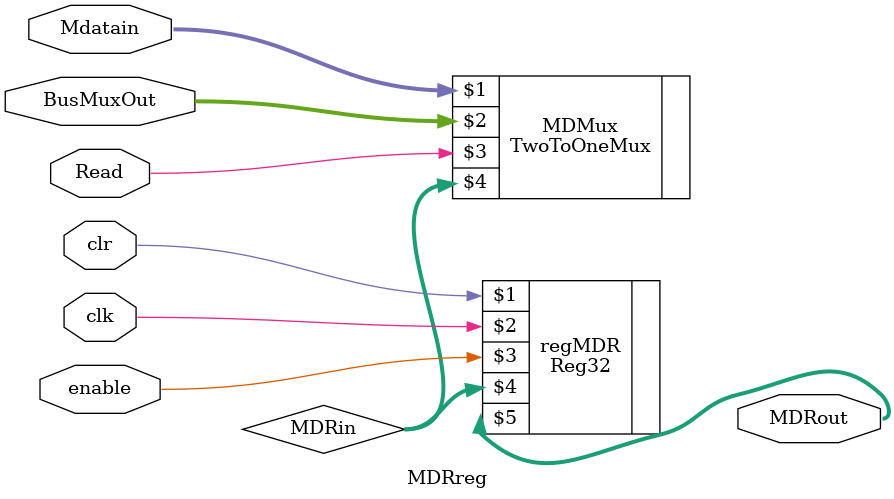
<source format=v>
module MDRreg (clr, clk, enable, Mdatain, BusMuxOut, Read, MDRout);
    input clr, clk, enable, Read;
    input [31:0] Mdatain, BusMuxOut;
    output [31:0] MDRout;

    wire [31:0] MDRin;
    TwoToOneMux MDMux (Mdatain, BusMuxOut, Read, MDRin);
    Reg32 regMDR (clr, clk, enable, MDRin, MDRout);

endmodule
</source>
